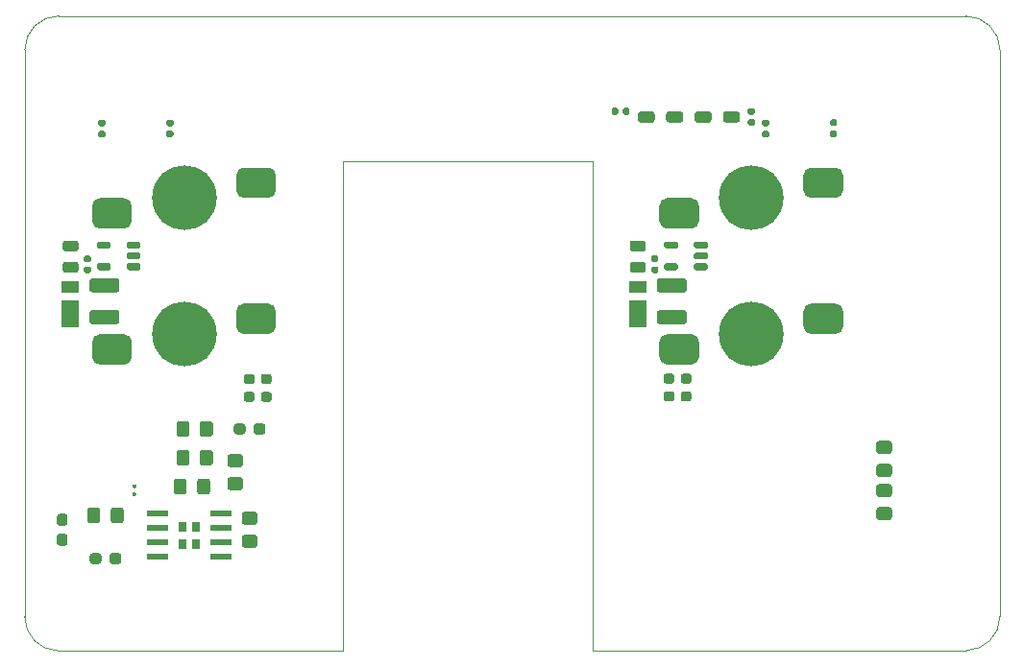
<source format=gbr>
%TF.GenerationSoftware,KiCad,Pcbnew,(5.1.8)-1*%
%TF.CreationDate,2020-12-16T18:45:53+03:00*%
%TF.ProjectId,ledboard,6c656462-6f61-4726-942e-6b696361645f,v0.4.0*%
%TF.SameCoordinates,Original*%
%TF.FileFunction,Paste,Top*%
%TF.FilePolarity,Positive*%
%FSLAX46Y46*%
G04 Gerber Fmt 4.6, Leading zero omitted, Abs format (unit mm)*
G04 Created by KiCad (PCBNEW (5.1.8)-1) date 2020-12-16 18:45:53*
%MOMM*%
%LPD*%
G01*
G04 APERTURE LIST*
%TA.AperFunction,Profile*%
%ADD10C,0.050000*%
%TD*%
%ADD11R,0.723000X0.930000*%
%ADD12R,1.910000X0.610000*%
%ADD13C,5.700000*%
%ADD14R,1.500000X2.400000*%
%ADD15R,1.500000X1.050000*%
G04 APERTURE END LIST*
D10*
X113920000Y-32340000D02*
G75*
G02*
X116920000Y-35340000I0J-3000000D01*
G01*
X30960000Y-35330000D02*
G75*
G02*
X33960000Y-32330000I3000000J0D01*
G01*
X113920000Y-32340000D02*
X33960000Y-32330000D01*
X81000000Y-45140000D02*
X59000000Y-45130000D01*
X81000000Y-45140000D02*
X81000000Y-88300000D01*
X59000000Y-45130000D02*
X59000000Y-88340000D01*
X33960000Y-88340000D02*
G75*
G02*
X30960000Y-85340000I0J3000000D01*
G01*
X116920066Y-85310001D02*
G75*
G02*
X113939999Y-88309999I-3000066J1D01*
G01*
X81000000Y-88300000D02*
X113939999Y-88309999D01*
X116920066Y-85310001D02*
X116920000Y-35340000D01*
X30960000Y-35330000D02*
X30960000Y-85340000D01*
X33960000Y-88340000D02*
X59000000Y-88340000D01*
%TO.C,R13*%
G36*
G01*
X106259999Y-71860000D02*
X107160001Y-71860000D01*
G75*
G02*
X107410000Y-72109999I0J-249999D01*
G01*
X107410000Y-72760001D01*
G75*
G02*
X107160001Y-73010000I-249999J0D01*
G01*
X106259999Y-73010000D01*
G75*
G02*
X106010000Y-72760001I0J249999D01*
G01*
X106010000Y-72109999D01*
G75*
G02*
X106259999Y-71860000I249999J0D01*
G01*
G37*
G36*
G01*
X106259999Y-69810000D02*
X107160001Y-69810000D01*
G75*
G02*
X107410000Y-70059999I0J-249999D01*
G01*
X107410000Y-70710001D01*
G75*
G02*
X107160001Y-70960000I-249999J0D01*
G01*
X106259999Y-70960000D01*
G75*
G02*
X106010000Y-70710001I0J249999D01*
G01*
X106010000Y-70059999D01*
G75*
G02*
X106259999Y-69810000I249999J0D01*
G01*
G37*
%TD*%
%TO.C,R12*%
G36*
G01*
X107160001Y-74770000D02*
X106259999Y-74770000D01*
G75*
G02*
X106010000Y-74520001I0J249999D01*
G01*
X106010000Y-73869999D01*
G75*
G02*
X106259999Y-73620000I249999J0D01*
G01*
X107160001Y-73620000D01*
G75*
G02*
X107410000Y-73869999I0J-249999D01*
G01*
X107410000Y-74520001D01*
G75*
G02*
X107160001Y-74770000I-249999J0D01*
G01*
G37*
G36*
G01*
X107160001Y-76820000D02*
X106259999Y-76820000D01*
G75*
G02*
X106010000Y-76570001I0J249999D01*
G01*
X106010000Y-75919999D01*
G75*
G02*
X106259999Y-75670000I249999J0D01*
G01*
X107160001Y-75670000D01*
G75*
G02*
X107410000Y-75919999I0J-249999D01*
G01*
X107410000Y-76570001D01*
G75*
G02*
X107160001Y-76820000I-249999J0D01*
G01*
G37*
%TD*%
D11*
%TO.C,U3*%
X46062500Y-78930000D03*
X46062500Y-77380000D03*
X44857500Y-78930000D03*
X44857500Y-77380000D03*
D12*
X42680000Y-80060000D03*
X42680000Y-78790000D03*
X42680000Y-77520000D03*
X42680000Y-76250000D03*
X48240000Y-76250000D03*
X48240000Y-77520000D03*
X48240000Y-78790000D03*
X48240000Y-80060000D03*
%TD*%
%TO.C,R11*%
G36*
G01*
X38430000Y-80437500D02*
X38430000Y-79962500D01*
G75*
G02*
X38667500Y-79725000I237500J0D01*
G01*
X39242500Y-79725000D01*
G75*
G02*
X39480000Y-79962500I0J-237500D01*
G01*
X39480000Y-80437500D01*
G75*
G02*
X39242500Y-80675000I-237500J0D01*
G01*
X38667500Y-80675000D01*
G75*
G02*
X38430000Y-80437500I0J237500D01*
G01*
G37*
G36*
G01*
X36680000Y-80437500D02*
X36680000Y-79962500D01*
G75*
G02*
X36917500Y-79725000I237500J0D01*
G01*
X37492500Y-79725000D01*
G75*
G02*
X37730000Y-79962500I0J-237500D01*
G01*
X37730000Y-80437500D01*
G75*
G02*
X37492500Y-80675000I-237500J0D01*
G01*
X36917500Y-80675000D01*
G75*
G02*
X36680000Y-80437500I0J237500D01*
G01*
G37*
%TD*%
%TO.C,R10*%
G36*
G01*
X34032500Y-78010000D02*
X34507500Y-78010000D01*
G75*
G02*
X34745000Y-78247500I0J-237500D01*
G01*
X34745000Y-78822500D01*
G75*
G02*
X34507500Y-79060000I-237500J0D01*
G01*
X34032500Y-79060000D01*
G75*
G02*
X33795000Y-78822500I0J237500D01*
G01*
X33795000Y-78247500D01*
G75*
G02*
X34032500Y-78010000I237500J0D01*
G01*
G37*
G36*
G01*
X34032500Y-76260000D02*
X34507500Y-76260000D01*
G75*
G02*
X34745000Y-76497500I0J-237500D01*
G01*
X34745000Y-77072500D01*
G75*
G02*
X34507500Y-77310000I-237500J0D01*
G01*
X34032500Y-77310000D01*
G75*
G02*
X33795000Y-77072500I0J237500D01*
G01*
X33795000Y-76497500D01*
G75*
G02*
X34032500Y-76260000I237500J0D01*
G01*
G37*
%TD*%
%TO.C,R9*%
G36*
G01*
X45250000Y-73399550D02*
X45250000Y-74300450D01*
G75*
G02*
X45000450Y-74550000I-249550J0D01*
G01*
X44349550Y-74550000D01*
G75*
G02*
X44100000Y-74300450I0J249550D01*
G01*
X44100000Y-73399550D01*
G75*
G02*
X44349550Y-73150000I249550J0D01*
G01*
X45000450Y-73150000D01*
G75*
G02*
X45250000Y-73399550I0J-249550D01*
G01*
G37*
G36*
G01*
X47300000Y-73399999D02*
X47300000Y-74300001D01*
G75*
G02*
X47050001Y-74550000I-249999J0D01*
G01*
X46399999Y-74550000D01*
G75*
G02*
X46150000Y-74300001I0J249999D01*
G01*
X46150000Y-73399999D01*
G75*
G02*
X46399999Y-73150000I249999J0D01*
G01*
X47050001Y-73150000D01*
G75*
G02*
X47300000Y-73399999I0J-249999D01*
G01*
G37*
%TD*%
%TO.C,L3*%
G36*
G01*
X40519500Y-74356000D02*
X40720500Y-74356000D01*
G75*
G02*
X40800000Y-74435500I0J-79500D01*
G01*
X40800000Y-74594500D01*
G75*
G02*
X40720500Y-74674000I-79500J0D01*
G01*
X40519500Y-74674000D01*
G75*
G02*
X40440000Y-74594500I0J79500D01*
G01*
X40440000Y-74435500D01*
G75*
G02*
X40519500Y-74356000I79500J0D01*
G01*
G37*
G36*
G01*
X40519500Y-73666000D02*
X40720500Y-73666000D01*
G75*
G02*
X40800000Y-73745500I0J-79500D01*
G01*
X40800000Y-73904500D01*
G75*
G02*
X40720500Y-73984000I-79500J0D01*
G01*
X40519500Y-73984000D01*
G75*
G02*
X40440000Y-73904500I0J79500D01*
G01*
X40440000Y-73745500D01*
G75*
G02*
X40519500Y-73666000I79500J0D01*
G01*
G37*
%TD*%
%TO.C,D9*%
G36*
G01*
X51130000Y-69007500D02*
X51130000Y-68532500D01*
G75*
G02*
X51367500Y-68295000I237500J0D01*
G01*
X51942500Y-68295000D01*
G75*
G02*
X52180000Y-68532500I0J-237500D01*
G01*
X52180000Y-69007500D01*
G75*
G02*
X51942500Y-69245000I-237500J0D01*
G01*
X51367500Y-69245000D01*
G75*
G02*
X51130000Y-69007500I0J237500D01*
G01*
G37*
G36*
G01*
X49380000Y-69007500D02*
X49380000Y-68532500D01*
G75*
G02*
X49617500Y-68295000I237500J0D01*
G01*
X50192500Y-68295000D01*
G75*
G02*
X50430000Y-68532500I0J-237500D01*
G01*
X50430000Y-69007500D01*
G75*
G02*
X50192500Y-69245000I-237500J0D01*
G01*
X49617500Y-69245000D01*
G75*
G02*
X49380000Y-69007500I0J237500D01*
G01*
G37*
%TD*%
%TO.C,C11*%
G36*
G01*
X50329999Y-78110000D02*
X51230001Y-78110000D01*
G75*
G02*
X51480000Y-78359999I0J-249999D01*
G01*
X51480000Y-79010001D01*
G75*
G02*
X51230001Y-79260000I-249999J0D01*
G01*
X50329999Y-79260000D01*
G75*
G02*
X50080000Y-79010001I0J249999D01*
G01*
X50080000Y-78359999D01*
G75*
G02*
X50329999Y-78110000I249999J0D01*
G01*
G37*
G36*
G01*
X50329999Y-76060000D02*
X51230001Y-76060000D01*
G75*
G02*
X51480000Y-76309999I0J-249999D01*
G01*
X51480000Y-76960001D01*
G75*
G02*
X51230001Y-77210000I-249999J0D01*
G01*
X50329999Y-77210000D01*
G75*
G02*
X50080000Y-76960001I0J249999D01*
G01*
X50080000Y-76309999D01*
G75*
G02*
X50329999Y-76060000I249999J0D01*
G01*
G37*
%TD*%
%TO.C,C10*%
G36*
G01*
X37630000Y-75939550D02*
X37630000Y-76840450D01*
G75*
G02*
X37380450Y-77090000I-249550J0D01*
G01*
X36729550Y-77090000D01*
G75*
G02*
X36480000Y-76840450I0J249550D01*
G01*
X36480000Y-75939550D01*
G75*
G02*
X36729550Y-75690000I249550J0D01*
G01*
X37380450Y-75690000D01*
G75*
G02*
X37630000Y-75939550I0J-249550D01*
G01*
G37*
G36*
G01*
X39680000Y-75939999D02*
X39680000Y-76840001D01*
G75*
G02*
X39430001Y-77090000I-249999J0D01*
G01*
X38779999Y-77090000D01*
G75*
G02*
X38530000Y-76840001I0J249999D01*
G01*
X38530000Y-75939999D01*
G75*
G02*
X38779999Y-75690000I249999J0D01*
G01*
X39430001Y-75690000D01*
G75*
G02*
X39680000Y-75939999I0J-249999D01*
G01*
G37*
%TD*%
%TO.C,C9*%
G36*
G01*
X45495000Y-70859550D02*
X45495000Y-71760450D01*
G75*
G02*
X45245450Y-72010000I-249550J0D01*
G01*
X44594550Y-72010000D01*
G75*
G02*
X44345000Y-71760450I0J249550D01*
G01*
X44345000Y-70859550D01*
G75*
G02*
X44594550Y-70610000I249550J0D01*
G01*
X45245450Y-70610000D01*
G75*
G02*
X45495000Y-70859550I0J-249550D01*
G01*
G37*
G36*
G01*
X47545000Y-70859999D02*
X47545000Y-71760001D01*
G75*
G02*
X47295001Y-72010000I-249999J0D01*
G01*
X46644999Y-72010000D01*
G75*
G02*
X46395000Y-71760001I0J249999D01*
G01*
X46395000Y-70859999D01*
G75*
G02*
X46644999Y-70610000I249999J0D01*
G01*
X47295001Y-70610000D01*
G75*
G02*
X47545000Y-70859999I0J-249999D01*
G01*
G37*
%TD*%
%TO.C,C8*%
G36*
G01*
X49059550Y-73030000D02*
X49960450Y-73030000D01*
G75*
G02*
X50210000Y-73279550I0J-249550D01*
G01*
X50210000Y-73930450D01*
G75*
G02*
X49960450Y-74180000I-249550J0D01*
G01*
X49059550Y-74180000D01*
G75*
G02*
X48810000Y-73930450I0J249550D01*
G01*
X48810000Y-73279550D01*
G75*
G02*
X49059550Y-73030000I249550J0D01*
G01*
G37*
G36*
G01*
X49059999Y-70980000D02*
X49960001Y-70980000D01*
G75*
G02*
X50210000Y-71229999I0J-249999D01*
G01*
X50210000Y-71880001D01*
G75*
G02*
X49960001Y-72130000I-249999J0D01*
G01*
X49059999Y-72130000D01*
G75*
G02*
X48810000Y-71880001I0J249999D01*
G01*
X48810000Y-71229999D01*
G75*
G02*
X49059999Y-70980000I249999J0D01*
G01*
G37*
%TD*%
%TO.C,C7*%
G36*
G01*
X45495000Y-68319550D02*
X45495000Y-69220450D01*
G75*
G02*
X45245450Y-69470000I-249550J0D01*
G01*
X44594550Y-69470000D01*
G75*
G02*
X44345000Y-69220450I0J249550D01*
G01*
X44345000Y-68319550D01*
G75*
G02*
X44594550Y-68070000I249550J0D01*
G01*
X45245450Y-68070000D01*
G75*
G02*
X45495000Y-68319550I0J-249550D01*
G01*
G37*
G36*
G01*
X47545000Y-68319999D02*
X47545000Y-69220001D01*
G75*
G02*
X47295001Y-69470000I-249999J0D01*
G01*
X46644999Y-69470000D01*
G75*
G02*
X46395000Y-69220001I0J249999D01*
G01*
X46395000Y-68319999D01*
G75*
G02*
X46644999Y-68070000I249999J0D01*
G01*
X47295001Y-68070000D01*
G75*
G02*
X47545000Y-68319999I0J-249999D01*
G01*
G37*
%TD*%
%TO.C,D7*%
G36*
G01*
X87500000Y-41500000D02*
X87500000Y-41000000D01*
G75*
G02*
X87750000Y-40750000I250000J0D01*
G01*
X88750000Y-40750000D01*
G75*
G02*
X89000000Y-41000000I0J-250000D01*
G01*
X89000000Y-41500000D01*
G75*
G02*
X88750000Y-41750000I-250000J0D01*
G01*
X87750000Y-41750000D01*
G75*
G02*
X87500000Y-41500000I0J250000D01*
G01*
G37*
G36*
G01*
X85000000Y-41500000D02*
X85000000Y-41000000D01*
G75*
G02*
X85250000Y-40750000I250000J0D01*
G01*
X86250000Y-40750000D01*
G75*
G02*
X86500000Y-41000000I0J-250000D01*
G01*
X86500000Y-41500000D01*
G75*
G02*
X86250000Y-41750000I-250000J0D01*
G01*
X85250000Y-41750000D01*
G75*
G02*
X85000000Y-41500000I0J250000D01*
G01*
G37*
%TD*%
%TO.C,D8*%
G36*
G01*
X92500000Y-41500000D02*
X92500000Y-41000000D01*
G75*
G02*
X92750000Y-40750000I250000J0D01*
G01*
X93750000Y-40750000D01*
G75*
G02*
X94000000Y-41000000I0J-250000D01*
G01*
X94000000Y-41500000D01*
G75*
G02*
X93750000Y-41750000I-250000J0D01*
G01*
X92750000Y-41750000D01*
G75*
G02*
X92500000Y-41500000I0J250000D01*
G01*
G37*
G36*
G01*
X90000000Y-41500000D02*
X90000000Y-41000000D01*
G75*
G02*
X90250000Y-40750000I250000J0D01*
G01*
X91250000Y-40750000D01*
G75*
G02*
X91500000Y-41000000I0J-250000D01*
G01*
X91500000Y-41500000D01*
G75*
G02*
X91250000Y-41750000I-250000J0D01*
G01*
X90250000Y-41750000D01*
G75*
G02*
X90000000Y-41500000I0J250000D01*
G01*
G37*
%TD*%
%TO.C,D2*%
G36*
G01*
X40400000Y-49075000D02*
X40400000Y-50425000D01*
G75*
G02*
X39725000Y-51100000I-675000J0D01*
G01*
X37575000Y-51100000D01*
G75*
G02*
X36900000Y-50425000I0J675000D01*
G01*
X36900000Y-49075000D01*
G75*
G02*
X37575000Y-48400000I675000J0D01*
G01*
X39725000Y-48400000D01*
G75*
G02*
X40400000Y-49075000I0J-675000D01*
G01*
G37*
G36*
G01*
X53100000Y-46375000D02*
X53100000Y-47725000D01*
G75*
G02*
X52425000Y-48400000I-675000J0D01*
G01*
X50275000Y-48400000D01*
G75*
G02*
X49600000Y-47725000I0J675000D01*
G01*
X49600000Y-46375000D01*
G75*
G02*
X50275000Y-45700000I675000J0D01*
G01*
X52425000Y-45700000D01*
G75*
G02*
X53100000Y-46375000I0J-675000D01*
G01*
G37*
D13*
X45000000Y-48400000D03*
%TD*%
%TO.C,D3*%
G36*
G01*
X49600000Y-59725000D02*
X49600000Y-58375000D01*
G75*
G02*
X50275000Y-57700000I675000J0D01*
G01*
X52425000Y-57700000D01*
G75*
G02*
X53100000Y-58375000I0J-675000D01*
G01*
X53100000Y-59725000D01*
G75*
G02*
X52425000Y-60400000I-675000J0D01*
G01*
X50275000Y-60400000D01*
G75*
G02*
X49600000Y-59725000I0J675000D01*
G01*
G37*
G36*
G01*
X36900000Y-62425000D02*
X36900000Y-61075000D01*
G75*
G02*
X37575000Y-60400000I675000J0D01*
G01*
X39725000Y-60400000D01*
G75*
G02*
X40400000Y-61075000I0J-675000D01*
G01*
X40400000Y-62425000D01*
G75*
G02*
X39725000Y-63100000I-675000J0D01*
G01*
X37575000Y-63100000D01*
G75*
G02*
X36900000Y-62425000I0J675000D01*
G01*
G37*
X45000000Y-60400000D03*
%TD*%
%TO.C,D5*%
G36*
G01*
X90400000Y-49075000D02*
X90400000Y-50425000D01*
G75*
G02*
X89725000Y-51100000I-675000J0D01*
G01*
X87575000Y-51100000D01*
G75*
G02*
X86900000Y-50425000I0J675000D01*
G01*
X86900000Y-49075000D01*
G75*
G02*
X87575000Y-48400000I675000J0D01*
G01*
X89725000Y-48400000D01*
G75*
G02*
X90400000Y-49075000I0J-675000D01*
G01*
G37*
G36*
G01*
X103100000Y-46375000D02*
X103100000Y-47725000D01*
G75*
G02*
X102425000Y-48400000I-675000J0D01*
G01*
X100275000Y-48400000D01*
G75*
G02*
X99600000Y-47725000I0J675000D01*
G01*
X99600000Y-46375000D01*
G75*
G02*
X100275000Y-45700000I675000J0D01*
G01*
X102425000Y-45700000D01*
G75*
G02*
X103100000Y-46375000I0J-675000D01*
G01*
G37*
X95000000Y-48400000D03*
%TD*%
%TO.C,D6*%
G36*
G01*
X99600000Y-59725000D02*
X99600000Y-58375000D01*
G75*
G02*
X100275000Y-57700000I675000J0D01*
G01*
X102425000Y-57700000D01*
G75*
G02*
X103100000Y-58375000I0J-675000D01*
G01*
X103100000Y-59725000D01*
G75*
G02*
X102425000Y-60400000I-675000J0D01*
G01*
X100275000Y-60400000D01*
G75*
G02*
X99600000Y-59725000I0J675000D01*
G01*
G37*
G36*
G01*
X86900000Y-62425000D02*
X86900000Y-61075000D01*
G75*
G02*
X87575000Y-60400000I675000J0D01*
G01*
X89725000Y-60400000D01*
G75*
G02*
X90400000Y-61075000I0J-675000D01*
G01*
X90400000Y-62425000D01*
G75*
G02*
X89725000Y-63100000I-675000J0D01*
G01*
X87575000Y-63100000D01*
G75*
G02*
X86900000Y-62425000I0J675000D01*
G01*
G37*
X95000000Y-60400000D03*
%TD*%
%TO.C,R6*%
G36*
G01*
X37577500Y-41485000D02*
X37922500Y-41485000D01*
G75*
G02*
X38070000Y-41632500I0J-147500D01*
G01*
X38070000Y-41927500D01*
G75*
G02*
X37922500Y-42075000I-147500J0D01*
G01*
X37577500Y-42075000D01*
G75*
G02*
X37430000Y-41927500I0J147500D01*
G01*
X37430000Y-41632500D01*
G75*
G02*
X37577500Y-41485000I147500J0D01*
G01*
G37*
G36*
G01*
X37577500Y-42455000D02*
X37922500Y-42455000D01*
G75*
G02*
X38070000Y-42602500I0J-147500D01*
G01*
X38070000Y-42897500D01*
G75*
G02*
X37922500Y-43045000I-147500J0D01*
G01*
X37577500Y-43045000D01*
G75*
G02*
X37430000Y-42897500I0J147500D01*
G01*
X37430000Y-42602500D01*
G75*
G02*
X37577500Y-42455000I147500J0D01*
G01*
G37*
%TD*%
%TO.C,R5*%
G36*
G01*
X43577500Y-42455000D02*
X43922500Y-42455000D01*
G75*
G02*
X44070000Y-42602500I0J-147500D01*
G01*
X44070000Y-42897500D01*
G75*
G02*
X43922500Y-43045000I-147500J0D01*
G01*
X43577500Y-43045000D01*
G75*
G02*
X43430000Y-42897500I0J147500D01*
G01*
X43430000Y-42602500D01*
G75*
G02*
X43577500Y-42455000I147500J0D01*
G01*
G37*
G36*
G01*
X43577500Y-41485000D02*
X43922500Y-41485000D01*
G75*
G02*
X44070000Y-41632500I0J-147500D01*
G01*
X44070000Y-41927500D01*
G75*
G02*
X43922500Y-42075000I-147500J0D01*
G01*
X43577500Y-42075000D01*
G75*
G02*
X43430000Y-41927500I0J147500D01*
G01*
X43430000Y-41632500D01*
G75*
G02*
X43577500Y-41485000I147500J0D01*
G01*
G37*
%TD*%
%TO.C,C1*%
G36*
G01*
X50493750Y-63925000D02*
X51006250Y-63925000D01*
G75*
G02*
X51225000Y-64143750I0J-218750D01*
G01*
X51225000Y-64581250D01*
G75*
G02*
X51006250Y-64800000I-218750J0D01*
G01*
X50493750Y-64800000D01*
G75*
G02*
X50275000Y-64581250I0J218750D01*
G01*
X50275000Y-64143750D01*
G75*
G02*
X50493750Y-63925000I218750J0D01*
G01*
G37*
G36*
G01*
X50493750Y-65500000D02*
X51006250Y-65500000D01*
G75*
G02*
X51225000Y-65718750I0J-218750D01*
G01*
X51225000Y-66156250D01*
G75*
G02*
X51006250Y-66375000I-218750J0D01*
G01*
X50493750Y-66375000D01*
G75*
G02*
X50275000Y-66156250I0J218750D01*
G01*
X50275000Y-65718750D01*
G75*
G02*
X50493750Y-65500000I218750J0D01*
G01*
G37*
%TD*%
%TO.C,C2*%
G36*
G01*
X87493750Y-65462500D02*
X88006250Y-65462500D01*
G75*
G02*
X88225000Y-65681250I0J-218750D01*
G01*
X88225000Y-66118750D01*
G75*
G02*
X88006250Y-66337500I-218750J0D01*
G01*
X87493750Y-66337500D01*
G75*
G02*
X87275000Y-66118750I0J218750D01*
G01*
X87275000Y-65681250D01*
G75*
G02*
X87493750Y-65462500I218750J0D01*
G01*
G37*
G36*
G01*
X87493750Y-63887500D02*
X88006250Y-63887500D01*
G75*
G02*
X88225000Y-64106250I0J-218750D01*
G01*
X88225000Y-64543750D01*
G75*
G02*
X88006250Y-64762500I-218750J0D01*
G01*
X87493750Y-64762500D01*
G75*
G02*
X87275000Y-64543750I0J218750D01*
G01*
X87275000Y-64106250D01*
G75*
G02*
X87493750Y-63887500I218750J0D01*
G01*
G37*
%TD*%
%TO.C,L1*%
G36*
G01*
X39075000Y-59525000D02*
X36925000Y-59525000D01*
G75*
G02*
X36675000Y-59275000I0J250000D01*
G01*
X36675000Y-58525000D01*
G75*
G02*
X36925000Y-58275000I250000J0D01*
G01*
X39075000Y-58275000D01*
G75*
G02*
X39325000Y-58525000I0J-250000D01*
G01*
X39325000Y-59275000D01*
G75*
G02*
X39075000Y-59525000I-250000J0D01*
G01*
G37*
G36*
G01*
X39075000Y-56725000D02*
X36925000Y-56725000D01*
G75*
G02*
X36675000Y-56475000I0J250000D01*
G01*
X36675000Y-55725000D01*
G75*
G02*
X36925000Y-55475000I250000J0D01*
G01*
X39075000Y-55475000D01*
G75*
G02*
X39325000Y-55725000I0J-250000D01*
G01*
X39325000Y-56475000D01*
G75*
G02*
X39075000Y-56725000I-250000J0D01*
G01*
G37*
%TD*%
%TO.C,L2*%
G36*
G01*
X89075000Y-56725000D02*
X86925000Y-56725000D01*
G75*
G02*
X86675000Y-56475000I0J250000D01*
G01*
X86675000Y-55725000D01*
G75*
G02*
X86925000Y-55475000I250000J0D01*
G01*
X89075000Y-55475000D01*
G75*
G02*
X89325000Y-55725000I0J-250000D01*
G01*
X89325000Y-56475000D01*
G75*
G02*
X89075000Y-56725000I-250000J0D01*
G01*
G37*
G36*
G01*
X89075000Y-59525000D02*
X86925000Y-59525000D01*
G75*
G02*
X86675000Y-59275000I0J250000D01*
G01*
X86675000Y-58525000D01*
G75*
G02*
X86925000Y-58275000I250000J0D01*
G01*
X89075000Y-58275000D01*
G75*
G02*
X89325000Y-58525000I0J-250000D01*
G01*
X89325000Y-59275000D01*
G75*
G02*
X89075000Y-59525000I-250000J0D01*
G01*
G37*
%TD*%
%TO.C,R7*%
G36*
G01*
X102077500Y-41455000D02*
X102422500Y-41455000D01*
G75*
G02*
X102570000Y-41602500I0J-147500D01*
G01*
X102570000Y-41897500D01*
G75*
G02*
X102422500Y-42045000I-147500J0D01*
G01*
X102077500Y-42045000D01*
G75*
G02*
X101930000Y-41897500I0J147500D01*
G01*
X101930000Y-41602500D01*
G75*
G02*
X102077500Y-41455000I147500J0D01*
G01*
G37*
G36*
G01*
X102077500Y-42425000D02*
X102422500Y-42425000D01*
G75*
G02*
X102570000Y-42572500I0J-147500D01*
G01*
X102570000Y-42867500D01*
G75*
G02*
X102422500Y-43015000I-147500J0D01*
G01*
X102077500Y-43015000D01*
G75*
G02*
X101930000Y-42867500I0J147500D01*
G01*
X101930000Y-42572500D01*
G75*
G02*
X102077500Y-42425000I147500J0D01*
G01*
G37*
%TD*%
%TO.C,R8*%
G36*
G01*
X96077500Y-41485000D02*
X96422500Y-41485000D01*
G75*
G02*
X96570000Y-41632500I0J-147500D01*
G01*
X96570000Y-41927500D01*
G75*
G02*
X96422500Y-42075000I-147500J0D01*
G01*
X96077500Y-42075000D01*
G75*
G02*
X95930000Y-41927500I0J147500D01*
G01*
X95930000Y-41632500D01*
G75*
G02*
X96077500Y-41485000I147500J0D01*
G01*
G37*
G36*
G01*
X96077500Y-42455000D02*
X96422500Y-42455000D01*
G75*
G02*
X96570000Y-42602500I0J-147500D01*
G01*
X96570000Y-42897500D01*
G75*
G02*
X96422500Y-43045000I-147500J0D01*
G01*
X96077500Y-43045000D01*
G75*
G02*
X95930000Y-42897500I0J147500D01*
G01*
X95930000Y-42602500D01*
G75*
G02*
X96077500Y-42455000I147500J0D01*
G01*
G37*
%TD*%
%TO.C,R3*%
G36*
G01*
X83675000Y-40922500D02*
X83675000Y-40577500D01*
G75*
G02*
X83822500Y-40430000I147500J0D01*
G01*
X84117500Y-40430000D01*
G75*
G02*
X84265000Y-40577500I0J-147500D01*
G01*
X84265000Y-40922500D01*
G75*
G02*
X84117500Y-41070000I-147500J0D01*
G01*
X83822500Y-41070000D01*
G75*
G02*
X83675000Y-40922500I0J147500D01*
G01*
G37*
G36*
G01*
X82705000Y-40922500D02*
X82705000Y-40577500D01*
G75*
G02*
X82852500Y-40430000I147500J0D01*
G01*
X83147500Y-40430000D01*
G75*
G02*
X83295000Y-40577500I0J-147500D01*
G01*
X83295000Y-40922500D01*
G75*
G02*
X83147500Y-41070000I-147500J0D01*
G01*
X82852500Y-41070000D01*
G75*
G02*
X82705000Y-40922500I0J147500D01*
G01*
G37*
%TD*%
%TO.C,R4*%
G36*
G01*
X94827500Y-40455000D02*
X95172500Y-40455000D01*
G75*
G02*
X95320000Y-40602500I0J-147500D01*
G01*
X95320000Y-40897500D01*
G75*
G02*
X95172500Y-41045000I-147500J0D01*
G01*
X94827500Y-41045000D01*
G75*
G02*
X94680000Y-40897500I0J147500D01*
G01*
X94680000Y-40602500D01*
G75*
G02*
X94827500Y-40455000I147500J0D01*
G01*
G37*
G36*
G01*
X94827500Y-41425000D02*
X95172500Y-41425000D01*
G75*
G02*
X95320000Y-41572500I0J-147500D01*
G01*
X95320000Y-41867500D01*
G75*
G02*
X95172500Y-42015000I-147500J0D01*
G01*
X94827500Y-42015000D01*
G75*
G02*
X94680000Y-41867500I0J147500D01*
G01*
X94680000Y-41572500D01*
G75*
G02*
X94827500Y-41425000I147500J0D01*
G01*
G37*
%TD*%
%TO.C,U1*%
G36*
G01*
X38550000Y-54287500D02*
X38550000Y-54612500D01*
G75*
G02*
X38387500Y-54775000I-162500J0D01*
G01*
X37492500Y-54775000D01*
G75*
G02*
X37330000Y-54612500I0J162500D01*
G01*
X37330000Y-54287500D01*
G75*
G02*
X37492500Y-54125000I162500J0D01*
G01*
X38387500Y-54125000D01*
G75*
G02*
X38550000Y-54287500I0J-162500D01*
G01*
G37*
G36*
G01*
X38550000Y-52387500D02*
X38550000Y-52712500D01*
G75*
G02*
X38387500Y-52875000I-162500J0D01*
G01*
X37492500Y-52875000D01*
G75*
G02*
X37330000Y-52712500I0J162500D01*
G01*
X37330000Y-52387500D01*
G75*
G02*
X37492500Y-52225000I162500J0D01*
G01*
X38387500Y-52225000D01*
G75*
G02*
X38550000Y-52387500I0J-162500D01*
G01*
G37*
G36*
G01*
X41170000Y-52387500D02*
X41170000Y-52712500D01*
G75*
G02*
X41007500Y-52875000I-162500J0D01*
G01*
X40112500Y-52875000D01*
G75*
G02*
X39950000Y-52712500I0J162500D01*
G01*
X39950000Y-52387500D01*
G75*
G02*
X40112500Y-52225000I162500J0D01*
G01*
X41007500Y-52225000D01*
G75*
G02*
X41170000Y-52387500I0J-162500D01*
G01*
G37*
G36*
G01*
X41170000Y-53337500D02*
X41170000Y-53662500D01*
G75*
G02*
X41007500Y-53825000I-162500J0D01*
G01*
X40112500Y-53825000D01*
G75*
G02*
X39950000Y-53662500I0J162500D01*
G01*
X39950000Y-53337500D01*
G75*
G02*
X40112500Y-53175000I162500J0D01*
G01*
X41007500Y-53175000D01*
G75*
G02*
X41170000Y-53337500I0J-162500D01*
G01*
G37*
G36*
G01*
X41170000Y-54287500D02*
X41170000Y-54612500D01*
G75*
G02*
X41007500Y-54775000I-162500J0D01*
G01*
X40112500Y-54775000D01*
G75*
G02*
X39950000Y-54612500I0J162500D01*
G01*
X39950000Y-54287500D01*
G75*
G02*
X40112500Y-54125000I162500J0D01*
G01*
X41007500Y-54125000D01*
G75*
G02*
X41170000Y-54287500I0J-162500D01*
G01*
G37*
%TD*%
%TO.C,U2*%
G36*
G01*
X88550000Y-54287500D02*
X88550000Y-54612500D01*
G75*
G02*
X88387500Y-54775000I-162500J0D01*
G01*
X87492500Y-54775000D01*
G75*
G02*
X87330000Y-54612500I0J162500D01*
G01*
X87330000Y-54287500D01*
G75*
G02*
X87492500Y-54125000I162500J0D01*
G01*
X88387500Y-54125000D01*
G75*
G02*
X88550000Y-54287500I0J-162500D01*
G01*
G37*
G36*
G01*
X88550000Y-52387500D02*
X88550000Y-52712500D01*
G75*
G02*
X88387500Y-52875000I-162500J0D01*
G01*
X87492500Y-52875000D01*
G75*
G02*
X87330000Y-52712500I0J162500D01*
G01*
X87330000Y-52387500D01*
G75*
G02*
X87492500Y-52225000I162500J0D01*
G01*
X88387500Y-52225000D01*
G75*
G02*
X88550000Y-52387500I0J-162500D01*
G01*
G37*
G36*
G01*
X91170000Y-52387500D02*
X91170000Y-52712500D01*
G75*
G02*
X91007500Y-52875000I-162500J0D01*
G01*
X90112500Y-52875000D01*
G75*
G02*
X89950000Y-52712500I0J162500D01*
G01*
X89950000Y-52387500D01*
G75*
G02*
X90112500Y-52225000I162500J0D01*
G01*
X91007500Y-52225000D01*
G75*
G02*
X91170000Y-52387500I0J-162500D01*
G01*
G37*
G36*
G01*
X91170000Y-53337500D02*
X91170000Y-53662500D01*
G75*
G02*
X91007500Y-53825000I-162500J0D01*
G01*
X90112500Y-53825000D01*
G75*
G02*
X89950000Y-53662500I0J162500D01*
G01*
X89950000Y-53337500D01*
G75*
G02*
X90112500Y-53175000I162500J0D01*
G01*
X91007500Y-53175000D01*
G75*
G02*
X91170000Y-53337500I0J-162500D01*
G01*
G37*
G36*
G01*
X91170000Y-54287500D02*
X91170000Y-54612500D01*
G75*
G02*
X91007500Y-54775000I-162500J0D01*
G01*
X90112500Y-54775000D01*
G75*
G02*
X89950000Y-54612500I0J162500D01*
G01*
X89950000Y-54287500D01*
G75*
G02*
X90112500Y-54125000I162500J0D01*
G01*
X91007500Y-54125000D01*
G75*
G02*
X91170000Y-54287500I0J-162500D01*
G01*
G37*
%TD*%
%TO.C,C3*%
G36*
G01*
X36672500Y-54060000D02*
X36327500Y-54060000D01*
G75*
G02*
X36180000Y-53912500I0J147500D01*
G01*
X36180000Y-53617500D01*
G75*
G02*
X36327500Y-53470000I147500J0D01*
G01*
X36672500Y-53470000D01*
G75*
G02*
X36820000Y-53617500I0J-147500D01*
G01*
X36820000Y-53912500D01*
G75*
G02*
X36672500Y-54060000I-147500J0D01*
G01*
G37*
G36*
G01*
X36672500Y-55030000D02*
X36327500Y-55030000D01*
G75*
G02*
X36180000Y-54882500I0J147500D01*
G01*
X36180000Y-54587500D01*
G75*
G02*
X36327500Y-54440000I147500J0D01*
G01*
X36672500Y-54440000D01*
G75*
G02*
X36820000Y-54587500I0J-147500D01*
G01*
X36820000Y-54882500D01*
G75*
G02*
X36672500Y-55030000I-147500J0D01*
G01*
G37*
%TD*%
%TO.C,C4*%
G36*
G01*
X86672500Y-55015000D02*
X86327500Y-55015000D01*
G75*
G02*
X86180000Y-54867500I0J147500D01*
G01*
X86180000Y-54572500D01*
G75*
G02*
X86327500Y-54425000I147500J0D01*
G01*
X86672500Y-54425000D01*
G75*
G02*
X86820000Y-54572500I0J-147500D01*
G01*
X86820000Y-54867500D01*
G75*
G02*
X86672500Y-55015000I-147500J0D01*
G01*
G37*
G36*
G01*
X86672500Y-54045000D02*
X86327500Y-54045000D01*
G75*
G02*
X86180000Y-53897500I0J147500D01*
G01*
X86180000Y-53602500D01*
G75*
G02*
X86327500Y-53455000I147500J0D01*
G01*
X86672500Y-53455000D01*
G75*
G02*
X86820000Y-53602500I0J-147500D01*
G01*
X86820000Y-53897500D01*
G75*
G02*
X86672500Y-54045000I-147500J0D01*
G01*
G37*
%TD*%
D14*
%TO.C,D1*%
X35000000Y-58600000D03*
D15*
X35000000Y-56225000D03*
%TD*%
%TO.C,D4*%
X85000000Y-56225000D03*
D14*
X85000000Y-58600000D03*
%TD*%
%TO.C,R1*%
G36*
G01*
X34543750Y-52137500D02*
X35456250Y-52137500D01*
G75*
G02*
X35700000Y-52381250I0J-243750D01*
G01*
X35700000Y-52868750D01*
G75*
G02*
X35456250Y-53112500I-243750J0D01*
G01*
X34543750Y-53112500D01*
G75*
G02*
X34300000Y-52868750I0J243750D01*
G01*
X34300000Y-52381250D01*
G75*
G02*
X34543750Y-52137500I243750J0D01*
G01*
G37*
G36*
G01*
X34543750Y-54012500D02*
X35456250Y-54012500D01*
G75*
G02*
X35700000Y-54256250I0J-243750D01*
G01*
X35700000Y-54743750D01*
G75*
G02*
X35456250Y-54987500I-243750J0D01*
G01*
X34543750Y-54987500D01*
G75*
G02*
X34300000Y-54743750I0J243750D01*
G01*
X34300000Y-54256250D01*
G75*
G02*
X34543750Y-54012500I243750J0D01*
G01*
G37*
%TD*%
%TO.C,R2*%
G36*
G01*
X84543750Y-54012500D02*
X85456250Y-54012500D01*
G75*
G02*
X85700000Y-54256250I0J-243750D01*
G01*
X85700000Y-54743750D01*
G75*
G02*
X85456250Y-54987500I-243750J0D01*
G01*
X84543750Y-54987500D01*
G75*
G02*
X84300000Y-54743750I0J243750D01*
G01*
X84300000Y-54256250D01*
G75*
G02*
X84543750Y-54012500I243750J0D01*
G01*
G37*
G36*
G01*
X84543750Y-52137500D02*
X85456250Y-52137500D01*
G75*
G02*
X85700000Y-52381250I0J-243750D01*
G01*
X85700000Y-52868750D01*
G75*
G02*
X85456250Y-53112500I-243750J0D01*
G01*
X84543750Y-53112500D01*
G75*
G02*
X84300000Y-52868750I0J243750D01*
G01*
X84300000Y-52381250D01*
G75*
G02*
X84543750Y-52137500I243750J0D01*
G01*
G37*
%TD*%
%TO.C,C5*%
G36*
G01*
X51993750Y-65500000D02*
X52506250Y-65500000D01*
G75*
G02*
X52725000Y-65718750I0J-218750D01*
G01*
X52725000Y-66156250D01*
G75*
G02*
X52506250Y-66375000I-218750J0D01*
G01*
X51993750Y-66375000D01*
G75*
G02*
X51775000Y-66156250I0J218750D01*
G01*
X51775000Y-65718750D01*
G75*
G02*
X51993750Y-65500000I218750J0D01*
G01*
G37*
G36*
G01*
X51993750Y-63925000D02*
X52506250Y-63925000D01*
G75*
G02*
X52725000Y-64143750I0J-218750D01*
G01*
X52725000Y-64581250D01*
G75*
G02*
X52506250Y-64800000I-218750J0D01*
G01*
X51993750Y-64800000D01*
G75*
G02*
X51775000Y-64581250I0J218750D01*
G01*
X51775000Y-64143750D01*
G75*
G02*
X51993750Y-63925000I218750J0D01*
G01*
G37*
%TD*%
%TO.C,C6*%
G36*
G01*
X88993750Y-65462500D02*
X89506250Y-65462500D01*
G75*
G02*
X89725000Y-65681250I0J-218750D01*
G01*
X89725000Y-66118750D01*
G75*
G02*
X89506250Y-66337500I-218750J0D01*
G01*
X88993750Y-66337500D01*
G75*
G02*
X88775000Y-66118750I0J218750D01*
G01*
X88775000Y-65681250D01*
G75*
G02*
X88993750Y-65462500I218750J0D01*
G01*
G37*
G36*
G01*
X88993750Y-63887500D02*
X89506250Y-63887500D01*
G75*
G02*
X89725000Y-64106250I0J-218750D01*
G01*
X89725000Y-64543750D01*
G75*
G02*
X89506250Y-64762500I-218750J0D01*
G01*
X88993750Y-64762500D01*
G75*
G02*
X88775000Y-64543750I0J218750D01*
G01*
X88775000Y-64106250D01*
G75*
G02*
X88993750Y-63887500I218750J0D01*
G01*
G37*
%TD*%
M02*

</source>
